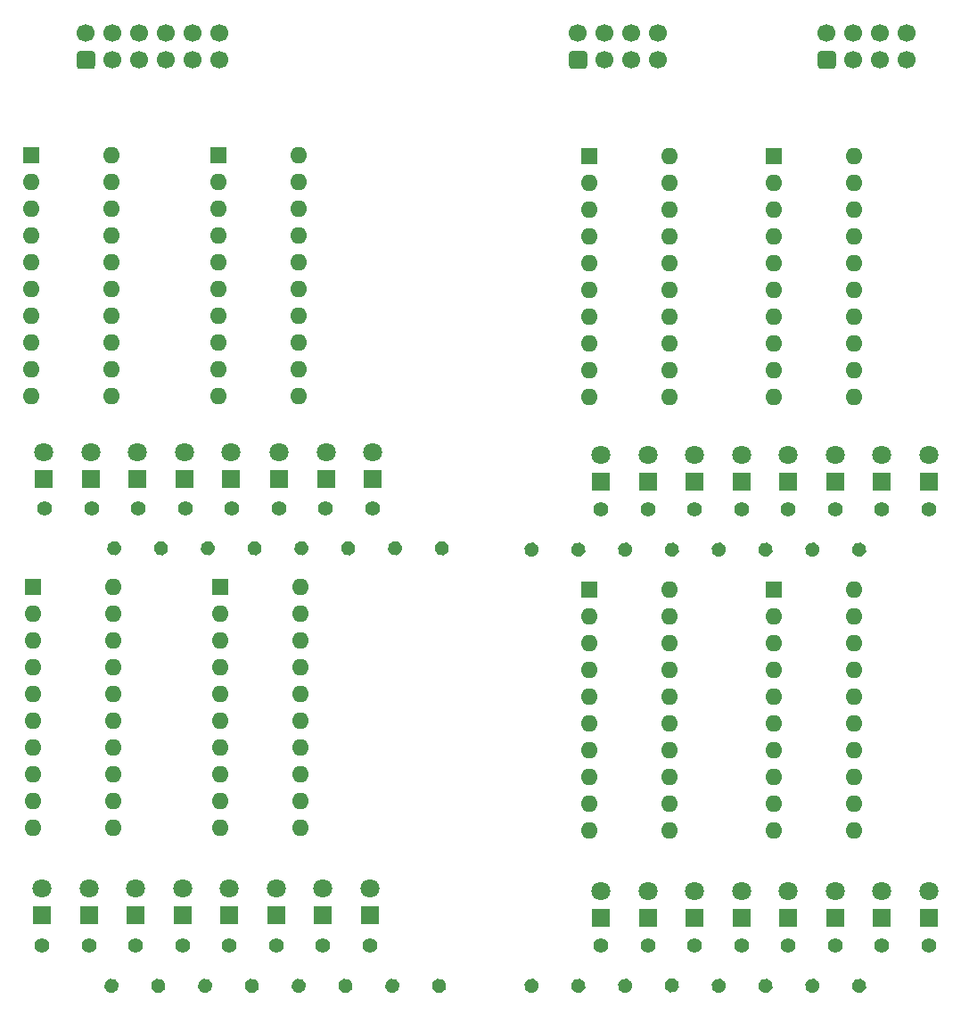
<source format=gbs>
G04 #@! TF.GenerationSoftware,KiCad,Pcbnew,(5.1.10)-1*
G04 #@! TF.CreationDate,2023-01-28T17:58:06+01:00*
G04 #@! TF.ProjectId,8-bit-computer_General_Registers_pcb,382d6269-742d-4636-9f6d-70757465725f,rev?*
G04 #@! TF.SameCoordinates,Original*
G04 #@! TF.FileFunction,Soldermask,Bot*
G04 #@! TF.FilePolarity,Negative*
%FSLAX46Y46*%
G04 Gerber Fmt 4.6, Leading zero omitted, Abs format (unit mm)*
G04 Created by KiCad (PCBNEW (5.1.10)-1) date 2023-01-28 17:58:06*
%MOMM*%
%LPD*%
G01*
G04 APERTURE LIST*
%ADD10C,1.700000*%
%ADD11O,1.600000X1.600000*%
%ADD12R,1.600000X1.600000*%
%ADD13C,1.400000*%
%ADD14R,1.800000X1.800000*%
%ADD15C,1.800000*%
G04 APERTURE END LIST*
G36*
G01*
X177372000Y-54317000D02*
X176172000Y-54317000D01*
G75*
G02*
X175922000Y-54067000I0J250000D01*
G01*
X175922000Y-52867000D01*
G75*
G02*
X176172000Y-52617000I250000J0D01*
G01*
X177372000Y-52617000D01*
G75*
G02*
X177622000Y-52867000I0J-250000D01*
G01*
X177622000Y-54067000D01*
G75*
G02*
X177372000Y-54317000I-250000J0D01*
G01*
G37*
D10*
X179312000Y-53467000D03*
X181852000Y-53467000D03*
X184392000Y-53467000D03*
X176772000Y-50927000D03*
X179312000Y-50927000D03*
X181852000Y-50927000D03*
X184392000Y-50927000D03*
X160770000Y-50927000D03*
X158230000Y-50927000D03*
X155690000Y-50927000D03*
X153150000Y-50927000D03*
X160770000Y-53467000D03*
X158230000Y-53467000D03*
X155690000Y-53467000D03*
G36*
G01*
X153750000Y-54317000D02*
X152550000Y-54317000D01*
G75*
G02*
X152300000Y-54067000I0J250000D01*
G01*
X152300000Y-52867000D01*
G75*
G02*
X152550000Y-52617000I250000J0D01*
G01*
X153750000Y-52617000D01*
G75*
G02*
X154000000Y-52867000I0J-250000D01*
G01*
X154000000Y-54067000D01*
G75*
G02*
X153750000Y-54317000I-250000J0D01*
G01*
G37*
G36*
G01*
X107014000Y-54320000D02*
X105814000Y-54320000D01*
G75*
G02*
X105564000Y-54070000I0J250000D01*
G01*
X105564000Y-52870000D01*
G75*
G02*
X105814000Y-52620000I250000J0D01*
G01*
X107014000Y-52620000D01*
G75*
G02*
X107264000Y-52870000I0J-250000D01*
G01*
X107264000Y-54070000D01*
G75*
G02*
X107014000Y-54320000I-250000J0D01*
G01*
G37*
X108954000Y-53470000D03*
X111494000Y-53470000D03*
X114034000Y-53470000D03*
X116574000Y-53470000D03*
X119114000Y-53470000D03*
X106414000Y-50930000D03*
X108954000Y-50930000D03*
X111494000Y-50930000D03*
X114034000Y-50930000D03*
X116574000Y-50930000D03*
X119114000Y-50930000D03*
D11*
X179324000Y-62611000D03*
X171704000Y-85471000D03*
X179324000Y-65151000D03*
X171704000Y-82931000D03*
X179324000Y-67691000D03*
X171704000Y-80391000D03*
X179324000Y-70231000D03*
X171704000Y-77851000D03*
X179324000Y-72771000D03*
X171704000Y-75311000D03*
X179324000Y-75311000D03*
X171704000Y-72771000D03*
X179324000Y-77851000D03*
X171704000Y-70231000D03*
X179324000Y-80391000D03*
X171704000Y-67691000D03*
X179324000Y-82931000D03*
X171704000Y-65151000D03*
X179324000Y-85471000D03*
D12*
X171704000Y-62611000D03*
D11*
X126619000Y-62484000D03*
X118999000Y-85344000D03*
X126619000Y-65024000D03*
X118999000Y-82804000D03*
X126619000Y-67564000D03*
X118999000Y-80264000D03*
X126619000Y-70104000D03*
X118999000Y-77724000D03*
X126619000Y-72644000D03*
X118999000Y-75184000D03*
X126619000Y-75184000D03*
X118999000Y-72644000D03*
X126619000Y-77724000D03*
X118999000Y-70104000D03*
X126619000Y-80264000D03*
X118999000Y-67564000D03*
X126619000Y-82804000D03*
X118999000Y-65024000D03*
X126619000Y-85344000D03*
D12*
X118999000Y-62484000D03*
G36*
G01*
X139596896Y-99472000D02*
X139596896Y-99472000D01*
G75*
G02*
X140553114Y-99215782I606218J-350000D01*
G01*
X140553114Y-99215782D01*
G75*
G02*
X140809332Y-100172000I-350000J-606218D01*
G01*
X140809332Y-100172000D01*
G75*
G02*
X139853114Y-100428218I-606218J350000D01*
G01*
X139853114Y-100428218D01*
G75*
G02*
X139596896Y-99472000I350000J606218D01*
G01*
G37*
D13*
X133604000Y-96012000D03*
G36*
G01*
X112926896Y-99472000D02*
X112926896Y-99472000D01*
G75*
G02*
X113883114Y-99215782I606218J-350000D01*
G01*
X113883114Y-99215782D01*
G75*
G02*
X114139332Y-100172000I-350000J-606218D01*
G01*
X114139332Y-100172000D01*
G75*
G02*
X113183114Y-100428218I-606218J350000D01*
G01*
X113183114Y-100428218D01*
G75*
G02*
X112926896Y-99472000I350000J606218D01*
G01*
G37*
X106934000Y-96012000D03*
D12*
X154178000Y-62611000D03*
D11*
X161798000Y-85471000D03*
X154178000Y-65151000D03*
X161798000Y-82931000D03*
X154178000Y-67691000D03*
X161798000Y-80391000D03*
X154178000Y-70231000D03*
X161798000Y-77851000D03*
X154178000Y-72771000D03*
X161798000Y-75311000D03*
X154178000Y-75311000D03*
X161798000Y-72771000D03*
X154178000Y-77851000D03*
X161798000Y-70231000D03*
X154178000Y-80391000D03*
X161798000Y-67691000D03*
X154178000Y-82931000D03*
X161798000Y-65151000D03*
X154178000Y-85471000D03*
X161798000Y-62611000D03*
X126746000Y-103505000D03*
X119126000Y-126365000D03*
X126746000Y-106045000D03*
X119126000Y-123825000D03*
X126746000Y-108585000D03*
X119126000Y-121285000D03*
X126746000Y-111125000D03*
X119126000Y-118745000D03*
X126746000Y-113665000D03*
X119126000Y-116205000D03*
X126746000Y-116205000D03*
X119126000Y-113665000D03*
X126746000Y-118745000D03*
X119126000Y-111125000D03*
X126746000Y-121285000D03*
X119126000Y-108585000D03*
X126746000Y-123825000D03*
X119126000Y-106045000D03*
X126746000Y-126365000D03*
D12*
X119126000Y-103505000D03*
D14*
X133350000Y-134620000D03*
D15*
X133350000Y-132080000D03*
X128905000Y-132080000D03*
D14*
X128905000Y-134620000D03*
G36*
G01*
X121816896Y-99472000D02*
X121816896Y-99472000D01*
G75*
G02*
X122773114Y-99215782I606218J-350000D01*
G01*
X122773114Y-99215782D01*
G75*
G02*
X123029332Y-100172000I-350000J-606218D01*
G01*
X123029332Y-100172000D01*
G75*
G02*
X122073114Y-100428218I-606218J350000D01*
G01*
X122073114Y-100428218D01*
G75*
G02*
X121816896Y-99472000I350000J606218D01*
G01*
G37*
D13*
X115824000Y-96012000D03*
D11*
X108839000Y-62484000D03*
X101219000Y-85344000D03*
X108839000Y-65024000D03*
X101219000Y-82804000D03*
X108839000Y-67564000D03*
X101219000Y-80264000D03*
X108839000Y-70104000D03*
X101219000Y-77724000D03*
X108839000Y-72644000D03*
X101219000Y-75184000D03*
X108839000Y-75184000D03*
X101219000Y-72644000D03*
X108839000Y-77724000D03*
X101219000Y-70104000D03*
X108839000Y-80264000D03*
X101219000Y-67564000D03*
X108839000Y-82804000D03*
X101219000Y-65024000D03*
X108839000Y-85344000D03*
D12*
X101219000Y-62484000D03*
D15*
X102425500Y-90678000D03*
D14*
X102425500Y-93218000D03*
X106870500Y-93218000D03*
D15*
X106870500Y-90678000D03*
D14*
X111315500Y-93218000D03*
D15*
X111315500Y-90678000D03*
X115760500Y-90678000D03*
D14*
X115760500Y-93218000D03*
D15*
X120205500Y-90678000D03*
D14*
X120205500Y-93218000D03*
X124777500Y-93218000D03*
D15*
X124777500Y-90678000D03*
X129222500Y-90678000D03*
D14*
X129222500Y-93218000D03*
X133667500Y-93218000D03*
D15*
X133667500Y-90678000D03*
D14*
X155321001Y-134874000D03*
D15*
X155321001Y-132334000D03*
X159766000Y-132333999D03*
D14*
X159766000Y-134873999D03*
X164211000Y-134873999D03*
D15*
X164211000Y-132333999D03*
X168656000Y-132333999D03*
D14*
X168656000Y-134873999D03*
D15*
X173101000Y-132334000D03*
D14*
X173101000Y-134874000D03*
X177546000Y-134874000D03*
D15*
X177546000Y-132334000D03*
D14*
X181991000Y-134874000D03*
D15*
X181991000Y-132334000D03*
X186436000Y-132334000D03*
D14*
X186436000Y-134874000D03*
D15*
X155320999Y-90932000D03*
D14*
X155320999Y-93472000D03*
X159766000Y-93472001D03*
D15*
X159766000Y-90932001D03*
X164211000Y-90932001D03*
D14*
X164211000Y-93472001D03*
X168656000Y-93472000D03*
D15*
X168656000Y-90932000D03*
D14*
X173101000Y-93472000D03*
D15*
X173101000Y-90932000D03*
X177546000Y-90932000D03*
D14*
X177546000Y-93472000D03*
D15*
X181991000Y-90932000D03*
D14*
X181991000Y-93472000D03*
X186436000Y-93472001D03*
D15*
X186436000Y-90932001D03*
X102235000Y-132080000D03*
D14*
X102235000Y-134620000D03*
X106680000Y-134620000D03*
D15*
X106680000Y-132080000D03*
X111125000Y-132080000D03*
D14*
X111125000Y-134620000D03*
X115570000Y-134620000D03*
D15*
X115570000Y-132080000D03*
D14*
X120015000Y-134620000D03*
D15*
X120015000Y-132080000D03*
X124460000Y-132080000D03*
D14*
X124460000Y-134620000D03*
D13*
X102489000Y-96012000D03*
G36*
G01*
X108481896Y-99472000D02*
X108481896Y-99472000D01*
G75*
G02*
X109438114Y-99215782I606218J-350000D01*
G01*
X109438114Y-99215782D01*
G75*
G02*
X109694332Y-100172000I-350000J-606218D01*
G01*
X109694332Y-100172000D01*
G75*
G02*
X108738114Y-100428218I-606218J350000D01*
G01*
X108738114Y-100428218D01*
G75*
G02*
X108481896Y-99472000I350000J606218D01*
G01*
G37*
X111379000Y-96012000D03*
G36*
G01*
X117371896Y-99472000D02*
X117371896Y-99472000D01*
G75*
G02*
X118328114Y-99215782I606218J-350000D01*
G01*
X118328114Y-99215782D01*
G75*
G02*
X118584332Y-100172000I-350000J-606218D01*
G01*
X118584332Y-100172000D01*
G75*
G02*
X117628114Y-100428218I-606218J350000D01*
G01*
X117628114Y-100428218D01*
G75*
G02*
X117371896Y-99472000I350000J606218D01*
G01*
G37*
X120269000Y-96012000D03*
G36*
G01*
X126261896Y-99472000D02*
X126261896Y-99472000D01*
G75*
G02*
X127218114Y-99215782I606218J-350000D01*
G01*
X127218114Y-99215782D01*
G75*
G02*
X127474332Y-100172000I-350000J-606218D01*
G01*
X127474332Y-100172000D01*
G75*
G02*
X126518114Y-100428218I-606218J350000D01*
G01*
X126518114Y-100428218D01*
G75*
G02*
X126261896Y-99472000I350000J606218D01*
G01*
G37*
G36*
G01*
X130706896Y-99472000D02*
X130706896Y-99472000D01*
G75*
G02*
X131663114Y-99215782I606218J-350000D01*
G01*
X131663114Y-99215782D01*
G75*
G02*
X131919332Y-100172000I-350000J-606218D01*
G01*
X131919332Y-100172000D01*
G75*
G02*
X130963114Y-100428218I-606218J350000D01*
G01*
X130963114Y-100428218D01*
G75*
G02*
X130706896Y-99472000I350000J606218D01*
G01*
G37*
X124714000Y-96012000D03*
X129159000Y-96012000D03*
G36*
G01*
X135151896Y-99472000D02*
X135151896Y-99472000D01*
G75*
G02*
X136108114Y-99215782I606218J-350000D01*
G01*
X136108114Y-99215782D01*
G75*
G02*
X136364332Y-100172000I-350000J-606218D01*
G01*
X136364332Y-100172000D01*
G75*
G02*
X135408114Y-100428218I-606218J350000D01*
G01*
X135408114Y-100428218D01*
G75*
G02*
X135151896Y-99472000I350000J606218D01*
G01*
G37*
G36*
G01*
X149328105Y-141001000D02*
X149328105Y-141001000D01*
G75*
G02*
X149071887Y-141957218I-606218J-350000D01*
G01*
X149071887Y-141957218D01*
G75*
G02*
X148115669Y-141701000I-350000J606218D01*
G01*
X148115669Y-141701000D01*
G75*
G02*
X148371887Y-140744782I606218J350000D01*
G01*
X148371887Y-140744782D01*
G75*
G02*
X149328105Y-141001000I350000J-606218D01*
G01*
G37*
X155321001Y-137541000D03*
X159766000Y-137541000D03*
G36*
G01*
X153773104Y-141001000D02*
X153773104Y-141001000D01*
G75*
G02*
X153516886Y-141957218I-606218J-350000D01*
G01*
X153516886Y-141957218D01*
G75*
G02*
X152560668Y-141701000I-350000J606218D01*
G01*
X152560668Y-141701000D01*
G75*
G02*
X152816886Y-140744782I606218J350000D01*
G01*
X152816886Y-140744782D01*
G75*
G02*
X153773104Y-141001000I350000J-606218D01*
G01*
G37*
G36*
G01*
X158218104Y-141001000D02*
X158218104Y-141001000D01*
G75*
G02*
X157961886Y-141957218I-606218J-350000D01*
G01*
X157961886Y-141957218D01*
G75*
G02*
X157005668Y-141701000I-350000J606218D01*
G01*
X157005668Y-141701000D01*
G75*
G02*
X157261886Y-140744782I606218J350000D01*
G01*
X157261886Y-140744782D01*
G75*
G02*
X158218104Y-141001000I350000J-606218D01*
G01*
G37*
X164211000Y-137541000D03*
X168656000Y-137496002D03*
G36*
G01*
X162663104Y-140956002D02*
X162663104Y-140956002D01*
G75*
G02*
X162406886Y-141912220I-606218J-350000D01*
G01*
X162406886Y-141912220D01*
G75*
G02*
X161450668Y-141656002I-350000J606218D01*
G01*
X161450668Y-141656002D01*
G75*
G02*
X161706886Y-140699784I606218J350000D01*
G01*
X161706886Y-140699784D01*
G75*
G02*
X162663104Y-140956002I350000J-606218D01*
G01*
G37*
G36*
G01*
X167108104Y-141001000D02*
X167108104Y-141001000D01*
G75*
G02*
X166851886Y-141957218I-606218J-350000D01*
G01*
X166851886Y-141957218D01*
G75*
G02*
X165895668Y-141701000I-350000J606218D01*
G01*
X165895668Y-141701000D01*
G75*
G02*
X166151886Y-140744782I606218J350000D01*
G01*
X166151886Y-140744782D01*
G75*
G02*
X167108104Y-141001000I350000J-606218D01*
G01*
G37*
X173101000Y-137541000D03*
X177546000Y-137541000D03*
G36*
G01*
X171553104Y-141001000D02*
X171553104Y-141001000D01*
G75*
G02*
X171296886Y-141957218I-606218J-350000D01*
G01*
X171296886Y-141957218D01*
G75*
G02*
X170340668Y-141701000I-350000J606218D01*
G01*
X170340668Y-141701000D01*
G75*
G02*
X170596886Y-140744782I606218J350000D01*
G01*
X170596886Y-140744782D01*
G75*
G02*
X171553104Y-141001000I350000J-606218D01*
G01*
G37*
G36*
G01*
X175998104Y-141001000D02*
X175998104Y-141001000D01*
G75*
G02*
X175741886Y-141957218I-606218J-350000D01*
G01*
X175741886Y-141957218D01*
G75*
G02*
X174785668Y-141701000I-350000J606218D01*
G01*
X174785668Y-141701000D01*
G75*
G02*
X175041886Y-140744782I606218J350000D01*
G01*
X175041886Y-140744782D01*
G75*
G02*
X175998104Y-141001000I350000J-606218D01*
G01*
G37*
X181991000Y-137541000D03*
X186436000Y-137541000D03*
G36*
G01*
X180443104Y-141001000D02*
X180443104Y-141001000D01*
G75*
G02*
X180186886Y-141957218I-606218J-350000D01*
G01*
X180186886Y-141957218D01*
G75*
G02*
X179230668Y-141701000I-350000J606218D01*
G01*
X179230668Y-141701000D01*
G75*
G02*
X179486886Y-140744782I606218J350000D01*
G01*
X179486886Y-140744782D01*
G75*
G02*
X180443104Y-141001000I350000J-606218D01*
G01*
G37*
G36*
G01*
X149328104Y-99599000D02*
X149328104Y-99599000D01*
G75*
G02*
X149071886Y-100555218I-606218J-350000D01*
G01*
X149071886Y-100555218D01*
G75*
G02*
X148115668Y-100299000I-350000J606218D01*
G01*
X148115668Y-100299000D01*
G75*
G02*
X148371886Y-99342782I606218J350000D01*
G01*
X148371886Y-99342782D01*
G75*
G02*
X149328104Y-99599000I350000J-606218D01*
G01*
G37*
X155321000Y-96139000D03*
X159766000Y-96139000D03*
G36*
G01*
X153773104Y-99599000D02*
X153773104Y-99599000D01*
G75*
G02*
X153516886Y-100555218I-606218J-350000D01*
G01*
X153516886Y-100555218D01*
G75*
G02*
X152560668Y-100299000I-350000J606218D01*
G01*
X152560668Y-100299000D01*
G75*
G02*
X152816886Y-99342782I606218J350000D01*
G01*
X152816886Y-99342782D01*
G75*
G02*
X153773104Y-99599000I350000J-606218D01*
G01*
G37*
X164211000Y-96139000D03*
G36*
G01*
X158218104Y-99599000D02*
X158218104Y-99599000D01*
G75*
G02*
X157961886Y-100555218I-606218J-350000D01*
G01*
X157961886Y-100555218D01*
G75*
G02*
X157005668Y-100299000I-350000J606218D01*
G01*
X157005668Y-100299000D01*
G75*
G02*
X157261886Y-99342782I606218J350000D01*
G01*
X157261886Y-99342782D01*
G75*
G02*
X158218104Y-99599000I350000J-606218D01*
G01*
G37*
X168656000Y-96139000D03*
G36*
G01*
X162663104Y-99599000D02*
X162663104Y-99599000D01*
G75*
G02*
X162406886Y-100555218I-606218J-350000D01*
G01*
X162406886Y-100555218D01*
G75*
G02*
X161450668Y-100299000I-350000J606218D01*
G01*
X161450668Y-100299000D01*
G75*
G02*
X161706886Y-99342782I606218J350000D01*
G01*
X161706886Y-99342782D01*
G75*
G02*
X162663104Y-99599000I350000J-606218D01*
G01*
G37*
G36*
G01*
X167108104Y-99599000D02*
X167108104Y-99599000D01*
G75*
G02*
X166851886Y-100555218I-606218J-350000D01*
G01*
X166851886Y-100555218D01*
G75*
G02*
X165895668Y-100299000I-350000J606218D01*
G01*
X165895668Y-100299000D01*
G75*
G02*
X166151886Y-99342782I606218J350000D01*
G01*
X166151886Y-99342782D01*
G75*
G02*
X167108104Y-99599000I350000J-606218D01*
G01*
G37*
X173101000Y-96139000D03*
X177546000Y-96139000D03*
G36*
G01*
X171553104Y-99599000D02*
X171553104Y-99599000D01*
G75*
G02*
X171296886Y-100555218I-606218J-350000D01*
G01*
X171296886Y-100555218D01*
G75*
G02*
X170340668Y-100299000I-350000J606218D01*
G01*
X170340668Y-100299000D01*
G75*
G02*
X170596886Y-99342782I606218J350000D01*
G01*
X170596886Y-99342782D01*
G75*
G02*
X171553104Y-99599000I350000J-606218D01*
G01*
G37*
G36*
G01*
X175998104Y-99599000D02*
X175998104Y-99599000D01*
G75*
G02*
X175741886Y-100555218I-606218J-350000D01*
G01*
X175741886Y-100555218D01*
G75*
G02*
X174785668Y-100299000I-350000J606218D01*
G01*
X174785668Y-100299000D01*
G75*
G02*
X175041886Y-99342782I606218J350000D01*
G01*
X175041886Y-99342782D01*
G75*
G02*
X175998104Y-99599000I350000J-606218D01*
G01*
G37*
X181991000Y-96139000D03*
X186436000Y-96139000D03*
G36*
G01*
X180443104Y-99599000D02*
X180443104Y-99599000D01*
G75*
G02*
X180186886Y-100555218I-606218J-350000D01*
G01*
X180186886Y-100555218D01*
G75*
G02*
X179230668Y-100299000I-350000J606218D01*
G01*
X179230668Y-100299000D01*
G75*
G02*
X179486886Y-99342782I606218J350000D01*
G01*
X179486886Y-99342782D01*
G75*
G02*
X180443104Y-99599000I350000J-606218D01*
G01*
G37*
G36*
G01*
X108227896Y-141001000D02*
X108227896Y-141001000D01*
G75*
G02*
X109184114Y-140744782I606218J-350000D01*
G01*
X109184114Y-140744782D01*
G75*
G02*
X109440332Y-141701000I-350000J-606218D01*
G01*
X109440332Y-141701000D01*
G75*
G02*
X108484114Y-141957218I-606218J350000D01*
G01*
X108484114Y-141957218D01*
G75*
G02*
X108227896Y-141001000I350000J606218D01*
G01*
G37*
X102235000Y-137541000D03*
G36*
G01*
X112672896Y-141001000D02*
X112672896Y-141001000D01*
G75*
G02*
X113629114Y-140744782I606218J-350000D01*
G01*
X113629114Y-140744782D01*
G75*
G02*
X113885332Y-141701000I-350000J-606218D01*
G01*
X113885332Y-141701000D01*
G75*
G02*
X112929114Y-141957218I-606218J350000D01*
G01*
X112929114Y-141957218D01*
G75*
G02*
X112672896Y-141001000I350000J606218D01*
G01*
G37*
X106680000Y-137541000D03*
X111125000Y-137541000D03*
G36*
G01*
X117117896Y-141001000D02*
X117117896Y-141001000D01*
G75*
G02*
X118074114Y-140744782I606218J-350000D01*
G01*
X118074114Y-140744782D01*
G75*
G02*
X118330332Y-141701000I-350000J-606218D01*
G01*
X118330332Y-141701000D01*
G75*
G02*
X117374114Y-141957218I-606218J350000D01*
G01*
X117374114Y-141957218D01*
G75*
G02*
X117117896Y-141001000I350000J606218D01*
G01*
G37*
G36*
G01*
X121562896Y-141001000D02*
X121562896Y-141001000D01*
G75*
G02*
X122519114Y-140744782I606218J-350000D01*
G01*
X122519114Y-140744782D01*
G75*
G02*
X122775332Y-141701000I-350000J-606218D01*
G01*
X122775332Y-141701000D01*
G75*
G02*
X121819114Y-141957218I-606218J350000D01*
G01*
X121819114Y-141957218D01*
G75*
G02*
X121562896Y-141001000I350000J606218D01*
G01*
G37*
X115570000Y-137541000D03*
X120015000Y-137541000D03*
G36*
G01*
X126007896Y-141001000D02*
X126007896Y-141001000D01*
G75*
G02*
X126964114Y-140744782I606218J-350000D01*
G01*
X126964114Y-140744782D01*
G75*
G02*
X127220332Y-141701000I-350000J-606218D01*
G01*
X127220332Y-141701000D01*
G75*
G02*
X126264114Y-141957218I-606218J350000D01*
G01*
X126264114Y-141957218D01*
G75*
G02*
X126007896Y-141001000I350000J606218D01*
G01*
G37*
G36*
G01*
X130452896Y-141001000D02*
X130452896Y-141001000D01*
G75*
G02*
X131409114Y-140744782I606218J-350000D01*
G01*
X131409114Y-140744782D01*
G75*
G02*
X131665332Y-141701000I-350000J-606218D01*
G01*
X131665332Y-141701000D01*
G75*
G02*
X130709114Y-141957218I-606218J350000D01*
G01*
X130709114Y-141957218D01*
G75*
G02*
X130452896Y-141001000I350000J606218D01*
G01*
G37*
X124460000Y-137541000D03*
X128905000Y-137541000D03*
G36*
G01*
X134897896Y-141001000D02*
X134897896Y-141001000D01*
G75*
G02*
X135854114Y-140744782I606218J-350000D01*
G01*
X135854114Y-140744782D01*
G75*
G02*
X136110332Y-141701000I-350000J-606218D01*
G01*
X136110332Y-141701000D01*
G75*
G02*
X135154114Y-141957218I-606218J350000D01*
G01*
X135154114Y-141957218D01*
G75*
G02*
X134897896Y-141001000I350000J606218D01*
G01*
G37*
G36*
G01*
X139342896Y-141001000D02*
X139342896Y-141001000D01*
G75*
G02*
X140299114Y-140744782I606218J-350000D01*
G01*
X140299114Y-140744782D01*
G75*
G02*
X140555332Y-141701000I-350000J-606218D01*
G01*
X140555332Y-141701000D01*
G75*
G02*
X139599114Y-141957218I-606218J350000D01*
G01*
X139599114Y-141957218D01*
G75*
G02*
X139342896Y-141001000I350000J606218D01*
G01*
G37*
X133350000Y-137541000D03*
D12*
X171704000Y-103759000D03*
D11*
X179324000Y-126619000D03*
X171704000Y-106299000D03*
X179324000Y-124079000D03*
X171704000Y-108839000D03*
X179324000Y-121539000D03*
X171704000Y-111379000D03*
X179324000Y-118999000D03*
X171704000Y-113919000D03*
X179324000Y-116459000D03*
X171704000Y-116459000D03*
X179324000Y-113919000D03*
X171704000Y-118999000D03*
X179324000Y-111379000D03*
X171704000Y-121539000D03*
X179324000Y-108839000D03*
X171704000Y-124079000D03*
X179324000Y-106299000D03*
X171704000Y-126619000D03*
X179324000Y-103759000D03*
D12*
X154178000Y-103759000D03*
D11*
X161798000Y-126619000D03*
X154178000Y-106299000D03*
X161798000Y-124079000D03*
X154178000Y-108839000D03*
X161798000Y-121539000D03*
X154178000Y-111379000D03*
X161798000Y-118999000D03*
X154178000Y-113919000D03*
X161798000Y-116459000D03*
X154178000Y-116459000D03*
X161798000Y-113919000D03*
X154178000Y-118999000D03*
X161798000Y-111379000D03*
X154178000Y-121539000D03*
X161798000Y-108839000D03*
X154178000Y-124079000D03*
X161798000Y-106299000D03*
X154178000Y-126619000D03*
X161798000Y-103759000D03*
D12*
X101346000Y-103505000D03*
D11*
X108966000Y-126365000D03*
X101346000Y-106045000D03*
X108966000Y-123825000D03*
X101346000Y-108585000D03*
X108966000Y-121285000D03*
X101346000Y-111125000D03*
X108966000Y-118745000D03*
X101346000Y-113665000D03*
X108966000Y-116205000D03*
X101346000Y-116205000D03*
X108966000Y-113665000D03*
X101346000Y-118745000D03*
X108966000Y-111125000D03*
X101346000Y-121285000D03*
X108966000Y-108585000D03*
X101346000Y-123825000D03*
X108966000Y-106045000D03*
X101346000Y-126365000D03*
X108966000Y-103505000D03*
M02*

</source>
